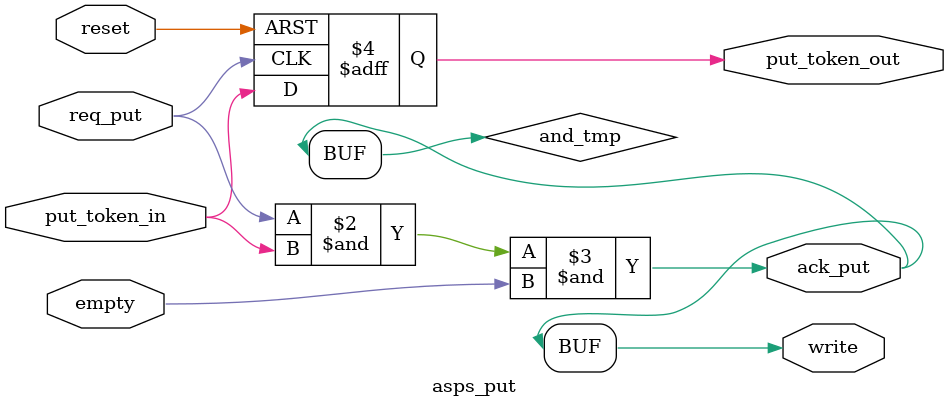
<source format=v>


////////////////////////////////////////////////////////////////////////////////////
//                                                                                //
// reset >------------------------.                                               //
//                            ____|_____                                          //
//                           | RST/SET | (STAGE=0 ? SET : RST)                    //
// req_put >---------+-------|CLK __   |                                          //
//                   |       |     |  Q|-------> put_token_out                    //
// put_token_in >----|---+---|D    v__ |                                          //
//                   |   |   |_________|                                          //
//                   |   |    ____                                                //
//                   |   '---|    \            .-----> ack_put                    //
//                   |       |     \  and_tmp  |                                  //
//                   '-------| AND  )----------+                                  //
//                           |     /           |                                  //
// empty >-------------------|____/            '-------> write                    //
//                                                                                //
////////////////////////////////////////////////////////////////////////////////////

module asps_put
  #( parameter  STAGE = 0    )  // stage index
   ( input      reset        ,  // global reset
     input      req_put      ,  // request put
     output     ack_put      ,  // acknowledge put
     input      put_token_in ,  // put token ring in
     output reg put_token_out,  // put token ring out
     output     write        ,  // write indicator to current stage
     input      empty        ); // current stage is empty

  // local wires 
  wire and_tmp;
  
  // flop to hold token state
  always@(negedge req_put or posedge reset)
    if (reset)
      if (STAGE == 0) put_token_out <= 1'b1;
      else            put_token_out <= 1'b0;
    else
      put_token_out <= put_token_in;

  // assign outputs
  assign and_tmp = req_put & put_token_in & empty;
  assign write   = and_tmp;
  assign ack_put = and_tmp;

endmodule // asps_put


</source>
